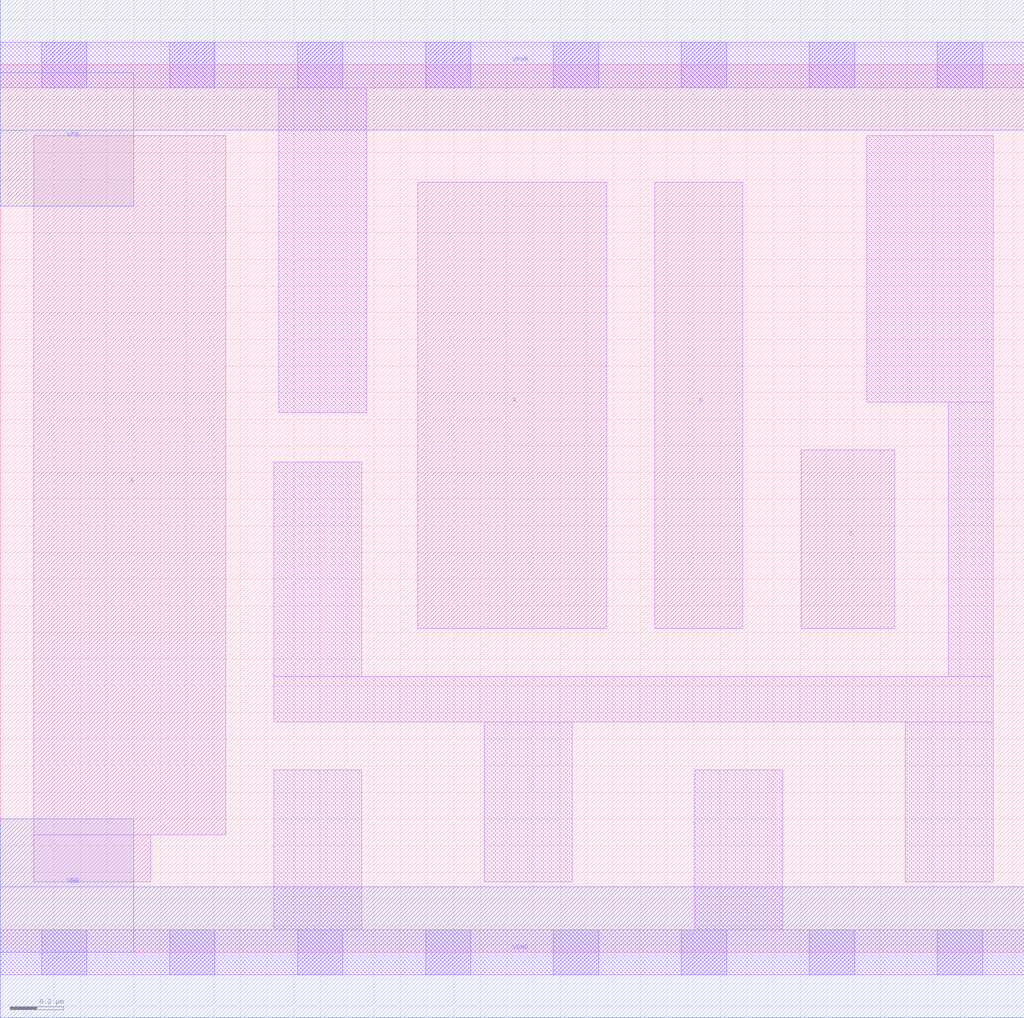
<source format=lef>
# Copyright 2020 The SkyWater PDK Authors
#
# Licensed under the Apache License, Version 2.0 (the "License");
# you may not use this file except in compliance with the License.
# You may obtain a copy of the License at
#
#     https://www.apache.org/licenses/LICENSE-2.0
#
# Unless required by applicable law or agreed to in writing, software
# distributed under the License is distributed on an "AS IS" BASIS,
# WITHOUT WARRANTIES OR CONDITIONS OF ANY KIND, either express or implied.
# See the License for the specific language governing permissions and
# limitations under the License.
#
# SPDX-License-Identifier: Apache-2.0

VERSION 5.5 ;
NAMESCASESENSITIVE ON ;
BUSBITCHARS "[]" ;
DIVIDERCHAR "/" ;
MACRO sky130_fd_sc_lp__or3_lp
  CLASS CORE ;
  SOURCE USER ;
  ORIGIN  0.000000  0.000000 ;
  SIZE  3.840000 BY  3.330000 ;
  SYMMETRY X Y R90 ;
  SITE unit ;
  PIN A
    ANTENNAGATEAREA  0.376000 ;
    DIRECTION INPUT ;
    USE SIGNAL ;
    PORT
      LAYER li1 ;
        RECT 1.565000 1.215000 2.275000 2.890000 ;
    END
  END A
  PIN B
    ANTENNAGATEAREA  0.376000 ;
    DIRECTION INPUT ;
    USE SIGNAL ;
    PORT
      LAYER li1 ;
        RECT 2.455000 1.215000 2.785000 2.890000 ;
    END
  END B
  PIN C
    ANTENNAGATEAREA  0.376000 ;
    DIRECTION INPUT ;
    USE SIGNAL ;
    PORT
      LAYER li1 ;
        RECT 3.005000 1.215000 3.355000 1.885000 ;
    END
  END C
  PIN X
    ANTENNADIFFAREA  0.404700 ;
    DIRECTION OUTPUT ;
    USE SIGNAL ;
    PORT
      LAYER li1 ;
        RECT 0.125000 0.265000 0.565000 0.440000 ;
        RECT 0.125000 0.440000 0.845000 3.065000 ;
    END
  END X
  PIN VGND
    DIRECTION INOUT ;
    USE GROUND ;
    PORT
      LAYER met1 ;
        RECT 0.000000 -0.245000 3.840000 0.245000 ;
    END
  END VGND
  PIN VNB
    DIRECTION INOUT ;
    USE GROUND ;
    PORT
    END
  END VNB
  PIN VPB
    DIRECTION INOUT ;
    USE POWER ;
    PORT
    END
  END VPB
  PIN VNB
    DIRECTION INOUT ;
    USE GROUND ;
    PORT
      LAYER met1 ;
        RECT 0.000000 0.000000 0.500000 0.500000 ;
    END
  END VNB
  PIN VPB
    DIRECTION INOUT ;
    USE POWER ;
    PORT
      LAYER met1 ;
        RECT 0.000000 2.800000 0.500000 3.300000 ;
    END
  END VPB
  PIN VPWR
    DIRECTION INOUT ;
    USE POWER ;
    PORT
      LAYER met1 ;
        RECT 0.000000 3.085000 3.840000 3.575000 ;
    END
  END VPWR
  OBS
    LAYER li1 ;
      RECT 0.000000 -0.085000 3.840000 0.085000 ;
      RECT 0.000000  3.245000 3.840000 3.415000 ;
      RECT 1.025000  0.085000 1.355000 0.685000 ;
      RECT 1.025000  0.865000 3.725000 1.035000 ;
      RECT 1.025000  1.035000 1.355000 1.840000 ;
      RECT 1.045000  2.025000 1.375000 3.245000 ;
      RECT 1.815000  0.265000 2.145000 0.865000 ;
      RECT 2.605000  0.085000 2.935000 0.685000 ;
      RECT 3.250000  2.065000 3.725000 3.065000 ;
      RECT 3.395000  0.265000 3.725000 0.865000 ;
      RECT 3.555000  1.035000 3.725000 2.065000 ;
    LAYER mcon ;
      RECT 0.155000 -0.085000 0.325000 0.085000 ;
      RECT 0.155000  3.245000 0.325000 3.415000 ;
      RECT 0.635000 -0.085000 0.805000 0.085000 ;
      RECT 0.635000  3.245000 0.805000 3.415000 ;
      RECT 1.115000 -0.085000 1.285000 0.085000 ;
      RECT 1.115000  3.245000 1.285000 3.415000 ;
      RECT 1.595000 -0.085000 1.765000 0.085000 ;
      RECT 1.595000  3.245000 1.765000 3.415000 ;
      RECT 2.075000 -0.085000 2.245000 0.085000 ;
      RECT 2.075000  3.245000 2.245000 3.415000 ;
      RECT 2.555000 -0.085000 2.725000 0.085000 ;
      RECT 2.555000  3.245000 2.725000 3.415000 ;
      RECT 3.035000 -0.085000 3.205000 0.085000 ;
      RECT 3.035000  3.245000 3.205000 3.415000 ;
      RECT 3.515000 -0.085000 3.685000 0.085000 ;
      RECT 3.515000  3.245000 3.685000 3.415000 ;
  END
END sky130_fd_sc_lp__or3_lp
END LIBRARY

</source>
